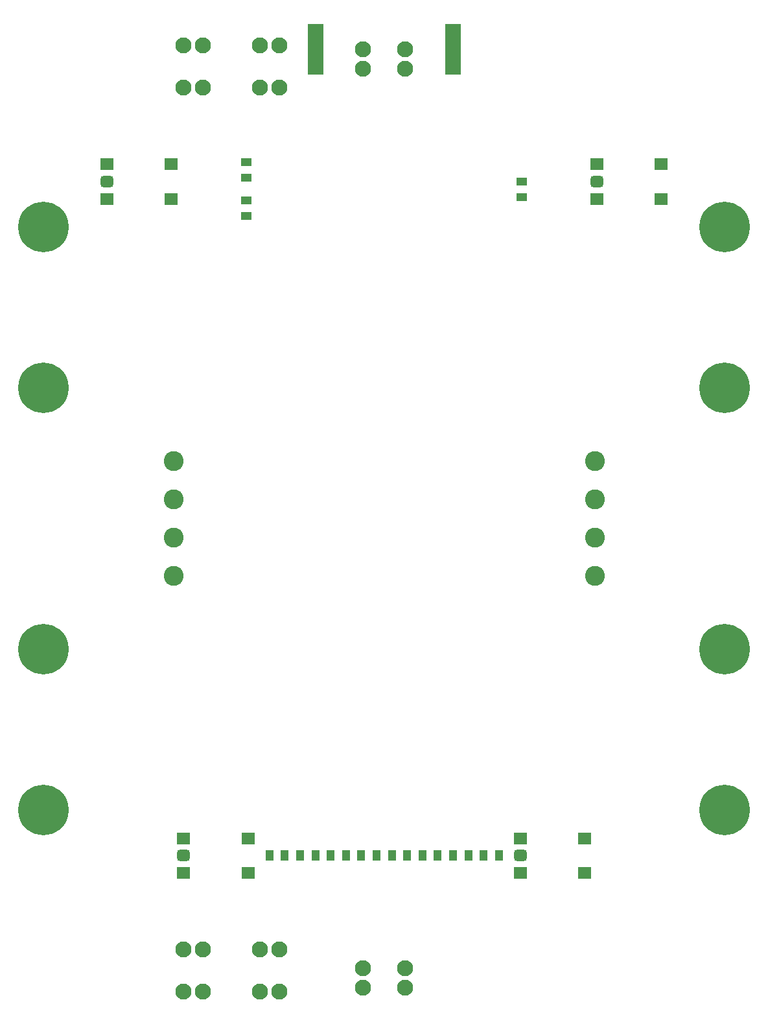
<source format=gts>
G04*
G04 #@! TF.GenerationSoftware,Altium Limited,Altium Designer,20.2.7 (254)*
G04*
G04 Layer_Color=8388736*
%FSLAX42Y42*%
%MOMM*%
G71*
G04*
G04 #@! TF.SameCoordinates,A3C6821A-A7B5-4D3C-B142-2EE2455FBD40*
G04*
G04*
G04 #@! TF.FilePolarity,Negative*
G04*
G01*
G75*
G04:AMPARAMS|DCode=11|XSize=1.7mm|YSize=1.5mm|CornerRadius=0.4mm|HoleSize=0mm|Usage=FLASHONLY|Rotation=180.000|XOffset=0mm|YOffset=0mm|HoleType=Round|Shape=RoundedRectangle|*
%AMROUNDEDRECTD11*
21,1,1.70,0.70,0,0,180.0*
21,1,0.90,1.50,0,0,180.0*
1,1,0.80,-0.45,0.35*
1,1,0.80,0.45,0.35*
1,1,0.80,0.45,-0.35*
1,1,0.80,-0.45,-0.35*
%
%ADD11ROUNDEDRECTD11*%
%ADD12R,1.80X1.60*%
%ADD13R,1.35X1.10*%
%ADD14R,1.10X1.35*%
%ADD15C,2.60*%
%ADD16C,2.10*%
%ADD17R,2.10X6.60*%
%ADD18C,0.10*%
%ADD19C,6.60*%
D11*
X-2620Y-4400D02*
D03*
X1780D02*
D03*
X2780Y4400D02*
D03*
X-3620D02*
D03*
D12*
X-2620Y-4175D02*
D03*
Y-4625D02*
D03*
X-1780Y-4175D02*
D03*
Y-4625D02*
D03*
X1780Y-4175D02*
D03*
Y-4625D02*
D03*
X2620Y-4175D02*
D03*
Y-4625D02*
D03*
X3620Y4625D02*
D03*
X2780D02*
D03*
X3620Y4175D02*
D03*
X2780D02*
D03*
X-2780Y4625D02*
D03*
X-3620D02*
D03*
X-2780Y4175D02*
D03*
X-3620D02*
D03*
D13*
X1800Y4200D02*
D03*
X-1800Y4650D02*
D03*
X-1800Y3950D02*
D03*
X1800Y4400D02*
D03*
X-1800Y4450D02*
D03*
X-1800Y4150D02*
D03*
D14*
X300Y-4400D02*
D03*
X700Y-4400D02*
D03*
X1100Y-4400D02*
D03*
X1500Y-4400D02*
D03*
X-1300Y-4400D02*
D03*
X-900D02*
D03*
X-500D02*
D03*
X-100D02*
D03*
X1300Y-4400D02*
D03*
X900Y-4400D02*
D03*
X500Y-4400D02*
D03*
X100Y-4400D02*
D03*
X-300D02*
D03*
X-700D02*
D03*
X-1100D02*
D03*
X-1500D02*
D03*
D15*
X-2750Y-750D02*
D03*
Y-250D02*
D03*
X-2750Y250D02*
D03*
Y750D02*
D03*
X2750D02*
D03*
Y250D02*
D03*
Y-250D02*
D03*
Y-750D02*
D03*
D16*
X275Y-5873D02*
D03*
X-275Y-6127D02*
D03*
X275D02*
D03*
X-1627Y-5625D02*
D03*
X-1373Y-6175D02*
D03*
Y-5625D02*
D03*
X-2627D02*
D03*
X-2373Y-6175D02*
D03*
Y-5625D02*
D03*
X-275Y5873D02*
D03*
X275Y6127D02*
D03*
X-275D02*
D03*
X-1373Y5625D02*
D03*
X-1627Y6175D02*
D03*
Y5625D02*
D03*
X-2373D02*
D03*
X-2627Y6175D02*
D03*
Y5625D02*
D03*
X-275Y-5873D02*
D03*
X-1627Y-6175D02*
D03*
X-2627D02*
D03*
X275Y5873D02*
D03*
X-1373Y6175D02*
D03*
X-2373D02*
D03*
D17*
X-900Y6125D02*
D03*
X900D02*
D03*
D18*
X465Y-6245D02*
D03*
X0Y-6160D02*
D03*
Y-5840D02*
D03*
X-1255Y-5435D02*
D03*
X-1340Y-5900D02*
D03*
X-1660D02*
D03*
X-2255Y-5435D02*
D03*
X-2340Y-5900D02*
D03*
X-2660D02*
D03*
X-465Y6245D02*
D03*
X0Y6160D02*
D03*
Y5840D02*
D03*
X-1745Y5435D02*
D03*
X-1660Y5900D02*
D03*
X-1340D02*
D03*
X-2745Y5435D02*
D03*
X-2660Y5900D02*
D03*
X-2340D02*
D03*
D19*
X4450Y3806D02*
D03*
Y1706D02*
D03*
Y-1706D02*
D03*
Y-3806D02*
D03*
X-4450D02*
D03*
Y-1706D02*
D03*
Y1706D02*
D03*
Y3806D02*
D03*
M02*

</source>
